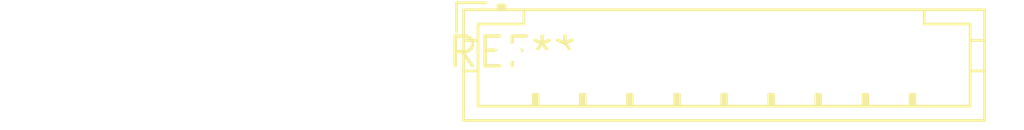
<source format=kicad_pcb>
(kicad_pcb (version 20240108) (generator pcbnew)
  (layers (0 "F.Cu" signal) (31 "B.Cu" signal) (34 "B.Paste" user) (35 "F.Paste" user) (36 "B.SilkS" user "B.Silkscreen") (37 "F.SilkS" user "F.Silkscreen") (38 "B.Mask" user) (39 "F.Mask" user) (44 "Edge.Cuts" user))
  (net 0 "")
  (footprint "JST_PH_B10B-PH-K_1x10_P2.00mm_Vertical" (layer "F.Cu") (at 0 0)
    (property "Reference" "REF**")
    (property "Value" "JST_PH_B10B-PH-K_1x10_P2.00mm_Vertical")
    (fp_line (start -2.36 -2.11) (end -2.36 -0.86) (layer "F.SilkS") (stroke (width 0.12)))
    (fp_line (start -2.06 -1.81) (end -2.06 2.91) (layer "F.SilkS") (stroke (width 0.12)))
    (fp_line (start -2.06 -0.5) (end -1.45 -0.5) (layer "F.SilkS") (stroke (width 0.12)))
    (fp_line (start -2.06 0.8) (end -1.45 0.8) (layer "F.SilkS") (stroke (width 0.12)))
    (fp_line (start -2.06 2.91) (end 20.06 2.91) (layer "F.SilkS") (stroke (width 0.12)))
    (fp_line (start -1.45 -1.2) (end -1.45 2.3) (layer "F.SilkS") (stroke (width 0.12)))
    (fp_line (start -1.45 2.3) (end 19.45 2.3) (layer "F.SilkS") (stroke (width 0.12)))
    (fp_line (start -1.11 -2.11) (end -2.36 -2.11) (layer "F.SilkS") (stroke (width 0.12)))
    (fp_line (start -0.6 -2.01) (end -0.6 -1.81) (layer "F.SilkS") (stroke (width 0.12)))
    (fp_line (start -0.3 -2.01) (end -0.6 -2.01) (layer "F.SilkS") (stroke (width 0.12)))
    (fp_line (start -0.3 -1.91) (end -0.6 -1.91) (layer "F.SilkS") (stroke (width 0.12)))
    (fp_line (start -0.3 -1.81) (end -0.3 -2.01) (layer "F.SilkS") (stroke (width 0.12)))
    (fp_line (start 0.5 -1.81) (end 0.5 -1.2) (layer "F.SilkS") (stroke (width 0.12)))
    (fp_line (start 0.5 -1.2) (end -1.45 -1.2) (layer "F.SilkS") (stroke (width 0.12)))
    (fp_line (start 0.9 1.8) (end 1.1 1.8) (layer "F.SilkS") (stroke (width 0.12)))
    (fp_line (start 0.9 2.3) (end 0.9 1.8) (layer "F.SilkS") (stroke (width 0.12)))
    (fp_line (start 1 2.3) (end 1 1.8) (layer "F.SilkS") (stroke (width 0.12)))
    (fp_line (start 1.1 1.8) (end 1.1 2.3) (layer "F.SilkS") (stroke (width 0.12)))
    (fp_line (start 2.9 1.8) (end 3.1 1.8) (layer "F.SilkS") (stroke (width 0.12)))
    (fp_line (start 2.9 2.3) (end 2.9 1.8) (layer "F.SilkS") (stroke (width 0.12)))
    (fp_line (start 3 2.3) (end 3 1.8) (layer "F.SilkS") (stroke (width 0.12)))
    (fp_line (start 3.1 1.8) (end 3.1 2.3) (layer "F.SilkS") (stroke (width 0.12)))
    (fp_line (start 4.9 1.8) (end 5.1 1.8) (layer "F.SilkS") (stroke (width 0.12)))
    (fp_line (start 4.9 2.3) (end 4.9 1.8) (layer "F.SilkS") (stroke (width 0.12)))
    (fp_line (start 5 2.3) (end 5 1.8) (layer "F.SilkS") (stroke (width 0.12)))
    (fp_line (start 5.1 1.8) (end 5.1 2.3) (layer "F.SilkS") (stroke (width 0.12)))
    (fp_line (start 6.9 1.8) (end 7.1 1.8) (layer "F.SilkS") (stroke (width 0.12)))
    (fp_line (start 6.9 2.3) (end 6.9 1.8) (layer "F.SilkS") (stroke (width 0.12)))
    (fp_line (start 7 2.3) (end 7 1.8) (layer "F.SilkS") (stroke (width 0.12)))
    (fp_line (start 7.1 1.8) (end 7.1 2.3) (layer "F.SilkS") (stroke (width 0.12)))
    (fp_line (start 8.9 1.8) (end 9.1 1.8) (layer "F.SilkS") (stroke (width 0.12)))
    (fp_line (start 8.9 2.3) (end 8.9 1.8) (layer "F.SilkS") (stroke (width 0.12)))
    (fp_line (start 9 2.3) (end 9 1.8) (layer "F.SilkS") (stroke (width 0.12)))
    (fp_line (start 9.1 1.8) (end 9.1 2.3) (layer "F.SilkS") (stroke (width 0.12)))
    (fp_line (start 10.9 1.8) (end 11.1 1.8) (layer "F.SilkS") (stroke (width 0.12)))
    (fp_line (start 10.9 2.3) (end 10.9 1.8) (layer "F.SilkS") (stroke (width 0.12)))
    (fp_line (start 11 2.3) (end 11 1.8) (layer "F.SilkS") (stroke (width 0.12)))
    (fp_line (start 11.1 1.8) (end 11.1 2.3) (layer "F.SilkS") (stroke (width 0.12)))
    (fp_line (start 12.9 1.8) (end 13.1 1.8) (layer "F.SilkS") (stroke (width 0.12)))
    (fp_line (start 12.9 2.3) (end 12.9 1.8) (layer "F.SilkS") (stroke (width 0.12)))
    (fp_line (start 13 2.3) (end 13 1.8) (layer "F.SilkS") (stroke (width 0.12)))
    (fp_line (start 13.1 1.8) (end 13.1 2.3) (layer "F.SilkS") (stroke (width 0.12)))
    (fp_line (start 14.9 1.8) (end 15.1 1.8) (layer "F.SilkS") (stroke (width 0.12)))
    (fp_line (start 14.9 2.3) (end 14.9 1.8) (layer "F.SilkS") (stroke (width 0.12)))
    (fp_line (start 15 2.3) (end 15 1.8) (layer "F.SilkS") (stroke (width 0.12)))
    (fp_line (start 15.1 1.8) (end 15.1 2.3) (layer "F.SilkS") (stroke (width 0.12)))
    (fp_line (start 16.9 1.8) (end 17.1 1.8) (layer "F.SilkS") (stroke (width 0.12)))
    (fp_line (start 16.9 2.3) (end 16.9 1.8) (layer "F.SilkS") (stroke (width 0.12)))
    (fp_line (start 17 2.3) (end 17 1.8) (layer "F.SilkS") (stroke (width 0.12)))
    (fp_line (start 17.1 1.8) (end 17.1 2.3) (layer "F.SilkS") (stroke (width 0.12)))
    (fp_line (start 17.5 -1.2) (end 17.5 -1.81) (layer "F.SilkS") (stroke (width 0.12)))
    (fp_line (start 19.45 -1.2) (end 17.5 -1.2) (layer "F.SilkS") (stroke (width 0.12)))
    (fp_line (start 19.45 2.3) (end 19.45 -1.2) (layer "F.SilkS") (stroke (width 0.12)))
    (fp_line (start 20.06 -1.81) (end -2.06 -1.81) (layer "F.SilkS") (stroke (width 0.12)))
    (fp_line (start 20.06 -0.5) (end 19.45 -0.5) (layer "F.SilkS") (stroke (width 0.12)))
    (fp_line (start 20.06 0.8) (end 19.45 0.8) (layer "F.SilkS") (stroke (width 0.12)))
    (fp_line (start 20.06 2.91) (end 20.06 -1.81) (layer "F.SilkS") (stroke (width 0.12)))
    (pad "1" thru_hole roundrect (at 0 0) (size 1.2 1.75) (drill 0.75) (layers *.Cu *.Mask) (remove_unused_layers) (roundrect_rratio 0.208333))
    (pad "2" thru_hole oval (at 2 0) (size 1.2 1.75) (drill 0.75) (layers *.Cu *.Mask) (remove_unused_layers))
    (pad "3" thru_hole oval (at 4 0) (size 1.2 1.75) (drill 0.75) (layers *.Cu *.Mask) (remove_unused_layers))
    (pad "4" thru_hole oval (at 6 0) (size 1.2 1.75) (drill 0.75) (layers *.Cu *.Mask) (remove_unused_layers))
    (pad "5" thru_hole oval (at 8 0) (size 1.2 1.75) (drill 0.75) (layers *.Cu *.Mask) (remove_unused_layers))
    (pad "6" thru_hole oval (at 10 0) (size 1.2 1.75) (drill 0.75) (layers *.Cu *.Mask) (remove_unused_layers))
    (pad "7" thru_hole oval (at 12 0) (size 1.2 1.75) (drill 0.75) (layers *.Cu *.Mask) (remove_unused_layers))
    (pad "8" thru_hole oval (at 14 0) (size 1.2 1.75) (drill 0.75) (layers *.Cu *.Mask) (remove_unused_layers))
    (pad "9" thru_hole oval (at 16 0) (size 1.2 1.75) (drill 0.75) (layers *.Cu *.Mask) (remove_unused_layers))
    (pad "10" thru_hole oval (at 18 0) (size 1.2 1.75) (drill 0.75) (layers *.Cu *.Mask) (remove_unused_layers))
  )
)
</source>
